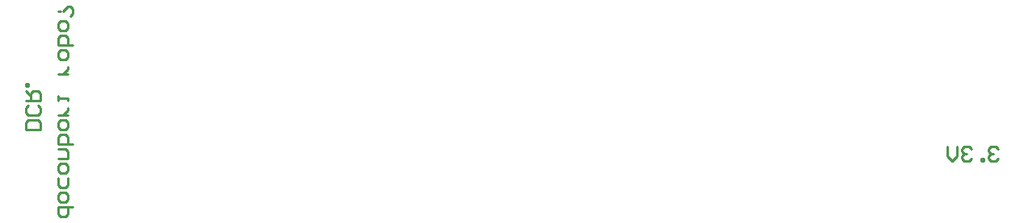
<source format=gbr>
%TF.GenerationSoftware,Altium Limited,Altium Designer,25.1.2 (22)*%
G04 Layer_Color=32896*
%FSLAX45Y45*%
%MOMM*%
%TF.SameCoordinates,757FA7A9-4291-4AF8-8684-A19F9D108C22*%
%TF.FilePolarity,Positive*%
%TF.FileFunction,Legend,Bot*%
%TF.Part,Single*%
G01*
G75*
%TA.AperFunction,NonConductor*%
%ADD29C,0.25400*%
D29*
X3086051Y4851400D02*
X2933700D01*
Y4927575D01*
X2959092Y4952967D01*
X3060659D01*
X3086051Y4927575D01*
Y4851400D01*
X3060659Y5105318D02*
X3086051Y5079926D01*
Y5029143D01*
X3060659Y5003751D01*
X2959092D01*
X2933700Y5029143D01*
Y5079926D01*
X2959092Y5105318D01*
X2933700Y5156101D02*
X3086051D01*
Y5232277D01*
X3060659Y5257669D01*
X3009875D01*
X2984483Y5232277D01*
Y5156101D01*
Y5206885D02*
X2933700Y5257669D01*
Y5308452D02*
X2959092D01*
Y5333844D01*
X2933700D01*
Y5308452D01*
X3428951Y4038567D02*
X3276600D01*
Y3962392D01*
X3301992Y3937000D01*
X3352775D01*
X3378167Y3962392D01*
Y4038567D01*
X3276600Y4114743D02*
Y4165526D01*
X3301992Y4190918D01*
X3352775D01*
X3378167Y4165526D01*
Y4114743D01*
X3352775Y4089351D01*
X3301992D01*
X3276600Y4114743D01*
X3378167Y4343269D02*
Y4267093D01*
X3352775Y4241701D01*
X3301992D01*
X3276600Y4267093D01*
Y4343269D01*
Y4419444D02*
Y4470228D01*
X3301992Y4495619D01*
X3352775D01*
X3378167Y4470228D01*
Y4419444D01*
X3352775Y4394052D01*
X3301992D01*
X3276600Y4419444D01*
Y4546403D02*
X3378167D01*
Y4622578D01*
X3352775Y4647970D01*
X3276600D01*
X3428951Y4698754D02*
X3276600D01*
Y4774929D01*
X3301992Y4800321D01*
X3327383D01*
X3352775D01*
X3378167Y4774929D01*
Y4698754D01*
X3276600Y4876496D02*
Y4927280D01*
X3301992Y4952672D01*
X3352775D01*
X3378167Y4927280D01*
Y4876496D01*
X3352775Y4851104D01*
X3301992D01*
X3276600Y4876496D01*
X3378167Y5003455D02*
X3276600D01*
X3327383D01*
X3352775Y5028847D01*
X3378167Y5054239D01*
Y5079630D01*
X3276600Y5155806D02*
Y5206589D01*
Y5181198D01*
X3378167D01*
Y5155806D01*
Y5435115D02*
X3276600D01*
X3327383D01*
X3352775Y5460507D01*
X3378167Y5485899D01*
Y5511291D01*
X3276600Y5612858D02*
Y5663641D01*
X3301992Y5689033D01*
X3352775D01*
X3378167Y5663641D01*
Y5612858D01*
X3352775Y5587466D01*
X3301992D01*
X3276600Y5612858D01*
X3428951Y5739817D02*
X3276600D01*
Y5815992D01*
X3301992Y5841384D01*
X3327383D01*
X3352775D01*
X3378167Y5815992D01*
Y5739817D01*
X3276600Y5917559D02*
Y5968343D01*
X3301992Y5993735D01*
X3352775D01*
X3378167Y5968343D01*
Y5917559D01*
X3352775Y5892168D01*
X3301992D01*
X3276600Y5917559D01*
X3403559Y6044518D02*
X3428951Y6069910D01*
Y6120694D01*
X3403559Y6146085D01*
X3378167D01*
X3327383Y6095302D01*
X3301992D02*
X3276600D01*
X13131799Y4648159D02*
X13106409Y4673551D01*
X13055624D01*
X13030232Y4648159D01*
Y4622767D01*
X13055624Y4597375D01*
X13081017D01*
X13055624D01*
X13030232Y4571983D01*
Y4546592D01*
X13055624Y4521200D01*
X13106409D01*
X13131799Y4546592D01*
X12979449Y4521200D02*
Y4546592D01*
X12954057D01*
Y4521200D01*
X12979449D01*
X12852490Y4648159D02*
X12827100Y4673551D01*
X12776315D01*
X12750923Y4648159D01*
Y4622767D01*
X12776315Y4597375D01*
X12801707D01*
X12776315D01*
X12750923Y4571983D01*
Y4546592D01*
X12776315Y4521200D01*
X12827100D01*
X12852490Y4546592D01*
X12700140Y4673551D02*
Y4571983D01*
X12649356Y4521200D01*
X12598572Y4571983D01*
Y4673551D01*
%TF.MD5,e85d30ffce8138d9202139af8ea6a153*%
M02*

</source>
